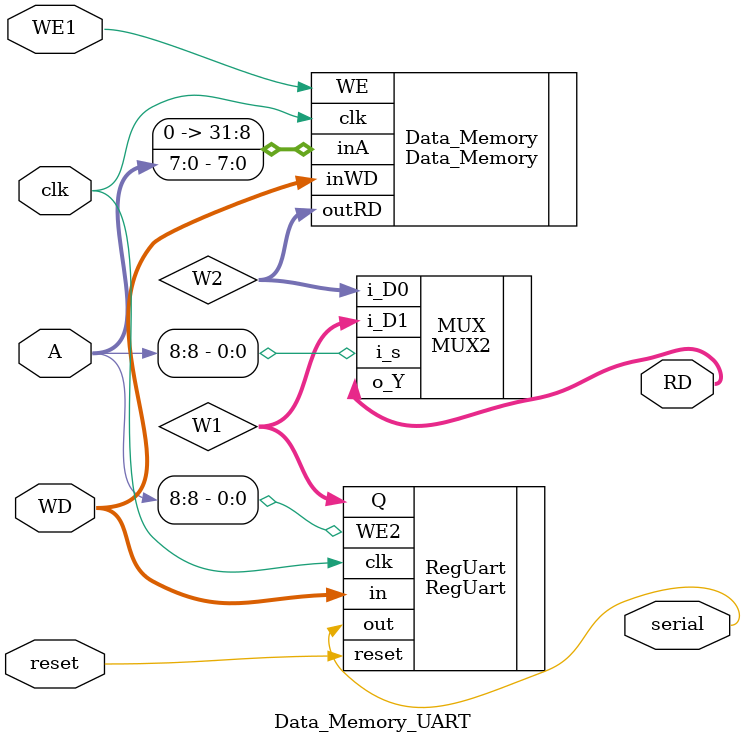
<source format=v>
module Data_Memory_UART
	(
		input wire [31:0] A,
		input wire [31:0] WD,
		output wire [31:0] RD,
		
		input wire reset,
		input wire clk,
		input wire WE1,
		
		output wire serial

	);
	
	wire [31:0] W1,W2;
	
	
	Data_Memory Data_Memory 
	(
		.clk(clk),
		.WE(WE1),
		.inA({{24{1'b0}},A[7:0]}),
		.inWD(WD),
		.outRD(W2)
			
	);
	
	
	RegUart RegUart
	(
		.in(WD),
		.out(serial), 
		.Q(W1), 
		.clk(clk),
		.reset(reset),
		.WE2(A[8])
		
		
	);
	
	
	MUX2 MUX
	(
		.i_D0(W2),
		.i_D1(W1),
		.i_s(A[8]),
		.o_Y(RD)
	
	);
	
	
	
	
	
	
	
	
	
	
	
	
	endmodule 
</source>
